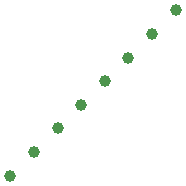
<source format=gbr>
G04 Examples for testing time performance of Gerber parsers*
%FSLAX26Y26*%
%MOMM*%
%ADD10C,1*%
%LPD*%
D10*
X0Y0D03*
X2000000Y2000000D03*
X4000000Y4000000D03*
X6000000Y6000000D03*
X8000000Y8000000D03*
X10000000Y10000000D03*
X12000000Y12000000D03*
X14000000Y14000000D03*
M02*

</source>
